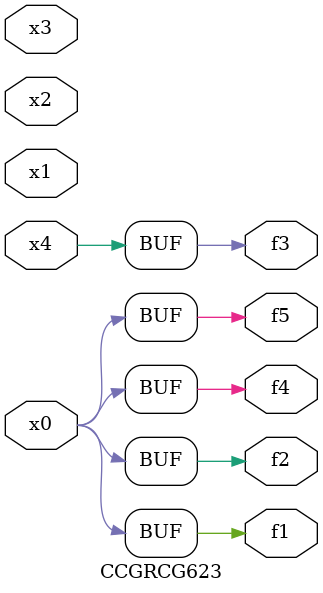
<source format=v>
module CCGRCG623(
	input x0, x1, x2, x3, x4,
	output f1, f2, f3, f4, f5
);
	assign f1 = x0;
	assign f2 = x0;
	assign f3 = x4;
	assign f4 = x0;
	assign f5 = x0;
endmodule

</source>
